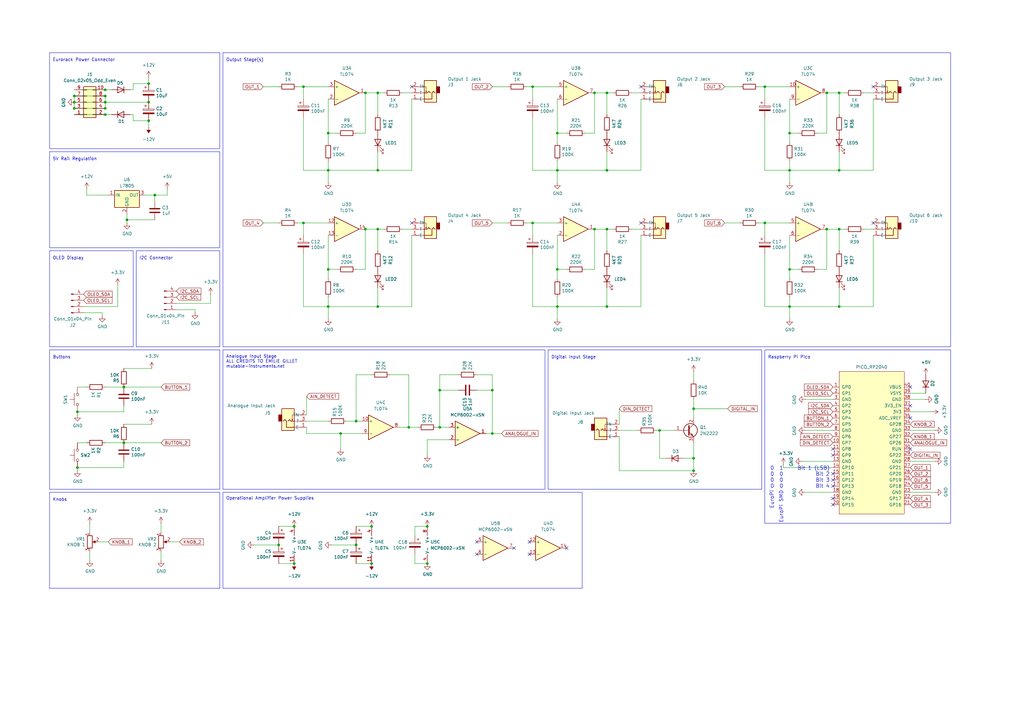
<source format=kicad_sch>
(kicad_sch (version 20250114) (generator "eeschema") (generator_version "9.0")
  (paper "A3")
  (title_block (title "EuroPi") (date "15/11/2021") (rev "1") (company "Allen Synthesis") (comment 1 "CC BY-SA 3.0"))
  (rectangle (start 91.44 201.93) (end 238.76 241.3))
  (rectangle (start 91.44 21.59) (end 389.89 142.24))
  (rectangle (start 55.88 102.87) (end 90.17 142.24))
  (rectangle (start 20.32 62.23) (end 90.17 101.6))
  (rectangle (start 91.44 143.51) (end 223.52 200.66))
  (rectangle (start 20.32 143.51) (end 90.17 200.66))
  (rectangle (start 224.79 143.51) (end 312.42 200.66))
  (rectangle (start 20.32 201.93) (end 90.17 241.3))
  (rectangle (start 313.69 143.51) (end 389.89 214.63))
  (rectangle (start 20.32 102.87) (end 54.61 142.24))
  (rectangle (start 20.32 21.59) (end 90.17 60.96))
  (text "Eurorack Power Connector" (at 21.59 25.4 0) (effects (font (size 1.27 1.27)) (justify left bottom)))
  (text "0  1\n0  0\n0  0\n0  0" (at 321.31 191.262 0) (effects (font (size 1.524 1.524)) (justify right top)))
  (text "Operational Amplifier Power Supplies" (at 92.71 205.232 0) (effects (font (size 1.27 1.27)) (justify left bottom)))
  (text "Raspberry Pi Pico" (at 314.96 147.32 0) (effects (font (size 1.27 1.27)) (justify left bottom)))
  (text "Digital Input Stage\n" (at 226.06 147.32 0) (effects (font (size 1.27 1.27)) (justify left bottom)))
  (text "EuroPi SMD" (at 319.532 201.168 90) (effects (font (size 1.524 1.524)) (justify right top)))
  (text "5V Rail Regulation" (at 21.59 66.04 0) (effects (font (size 1.27 1.27)) (justify left bottom)))
  (text "Output Stage(s)" (at 92.71 25.4 0) (effects (font (size 1.27 1.27)) (justify left bottom)))
  (text "I2C Connector\n" (at 57.15 106.68 0) (effects (font (size 1.27 1.27)) (justify left bottom)))
  (text "Buttons" (at 21.59 147.32 0) (effects (font (size 1.27 1.27)) (justify left bottom)))
  (text "EuroPi" (at 315.722 201.168 90) (effects (font (size 1.524 1.524)) (justify right top)))
  (text "OLED Display" (at 21.59 106.68 0) (effects (font (size 1.27 1.27)) (justify left bottom)))
  (text "Analogue Input Stage\nALL CREDITS TO ÉMILIE GILLET\nmutable-instruments.net" (at 92.71 151.13 0) (effects (font (size 1.27 1.27)) (justify left bottom)))
  (text "Knobs" (at 21.59 205.74 0) (effects (font (size 1.27 1.27)) (justify left bottom)))
  (text "Bit 1 (LSB)\nBit 2\nBit 3\nBit 4" (at 340.36 191.262 0) (effects (font (size 1.524 1.524)) (justify right top)))
  (junction (at 134.62 54.61))
  (junction (at 344.17 93.98))
  (junction (at 50.8 181.61))
  (junction (at 323.85 54.61))
  (junction (at 284.48 193.04))
  (junction (at 149.86 93.98))
  (junction (at 323.85 125.73))
  (junction (at 60.96 34.29))
  (junction (at 228.6 110.49))
  (junction (at 175.26 215.9))
  (junction (at 124.46 35.56))
  (junction (at 43.18 44.45))
  (junction (at 114.3 223.52))
  (junction (at 284.48 167.64))
  (junction (at 154.94 38.1))
  (junction (at 313.69 91.44))
  (junction (at 139.7 177.8))
  (junction (at 201.93 177.8))
  (junction (at 120.65 215.9))
  (junction (at 43.18 36.83))
  (junction (at 154.94 69.85))
  (junction (at 146.05 172.72))
  (junction (at 228.6 54.61))
  (junction (at 50.8 158.75))
  (junction (at 60.96 49.53))
  (junction (at 167.64 175.26))
  (junction (at 344.17 125.73))
  (junction (at 124.46 91.44))
  (junction (at 248.92 93.98))
  (junction (at 284.48 187.96))
  (junction (at 201.93 160.02))
  (junction (at 218.44 91.44))
  (junction (at 30.48 41.91))
  (junction (at 339.09 93.98))
  (junction (at 134.62 69.85))
  (junction (at 323.85 110.49))
  (junction (at 180.34 160.02))
  (junction (at 339.09 38.1))
  (junction (at 43.18 46.99))
  (junction (at 313.69 35.56))
  (junction (at 43.18 41.91))
  (junction (at 63.5 80.01))
  (junction (at 248.92 69.85))
  (junction (at 218.44 35.56))
  (junction (at 243.84 93.98))
  (junction (at 323.85 69.85))
  (junction (at 30.48 39.37))
  (junction (at 175.26 231.14))
  (junction (at 248.92 125.73))
  (junction (at 149.86 38.1))
  (junction (at 146.05 223.52))
  (junction (at 60.96 41.91))
  (junction (at 31.75 191.77))
  (junction (at 344.17 38.1))
  (junction (at 43.18 39.37))
  (junction (at 344.17 69.85))
  (junction (at 31.75 168.91))
  (junction (at 243.84 38.1))
  (junction (at 120.65 231.14))
  (junction (at 152.4 231.14))
  (junction (at 270.51 176.53))
  (junction (at 228.6 69.85))
  (junction (at 30.48 44.45))
  (junction (at 248.92 38.1))
  (junction (at 154.94 125.73))
  (junction (at 52.07 90.17))
  (junction (at 154.94 93.98))
  (junction (at 134.62 110.49))
  (junction (at 180.34 175.26))
  (junction (at 134.62 125.73))
  (junction (at 228.6 125.73))
  (junction (at 152.4 215.9))
  (no_connect (at 262.89 91.44))
  (no_connect (at 195.58 222.25))
  (no_connect (at 210.82 224.79))
  (no_connect (at 341.63 196.85))
  (no_connect (at 341.63 207.01))
  (no_connect (at 168.91 35.56))
  (no_connect (at 341.63 186.69))
  (no_connect (at 168.91 91.44))
  (no_connect (at 217.17 227.33))
  (no_connect (at 262.89 35.56))
  (no_connect (at 358.14 35.56))
  (no_connect (at 232.41 224.79))
  (no_connect (at 373.38 166.37))
  (no_connect (at 217.17 222.25))
  (no_connect (at 373.38 184.15))
  (no_connect (at 341.63 194.31))
  (no_connect (at 373.38 158.75))
  (no_connect (at 341.63 204.47))
  (no_connect (at 358.14 91.44))
  (no_connect (at 341.63 184.15))
  (no_connect (at 373.38 171.45))
  (no_connect (at 195.58 227.33))
  (no_connect (at 341.63 199.39))
  (wire (pts (xy 180.34 160.02) (xy 187.96 160.02)))
  (wire (pts (xy 114.3 231.14) (xy 120.65 231.14)))
  (wire (pts (xy 124.46 91.44) (xy 121.92 91.44)))
  (wire (pts (xy 270.51 187.96) (xy 270.51 176.53)))
  (wire (pts (xy 344.17 102.87) (xy 344.17 93.98)))
  (wire (pts (xy 124.46 69.85) (xy 124.46 48.26)))
  (wire (pts (xy 154.94 118.11) (xy 154.94 125.73)))
  (wire (pts (xy 284.48 187.96) (xy 284.48 181.61)))
  (wire (pts (xy 170.18 219.71) (xy 170.18 215.9)))
  (wire (pts (xy 50.8 173.99) (xy 62.23 173.99)))
  (wire (pts (xy 284.48 167.64) (xy 284.48 163.83)))
  (wire (pts (xy 284.48 171.45) (xy 284.48 167.64)))
  (wire (pts (xy 344.17 93.98) (xy 339.09 93.98)))
  (wire (pts (xy 280.67 187.96) (xy 284.48 187.96)))
  (wire (pts (xy 323.85 96.52) (xy 323.85 110.49)))
  (wire (pts (xy 261.62 176.53) (xy 254 176.53)))
  (wire (pts (xy 339.09 54.61) (xy 335.28 54.61)))
  (wire (pts (xy 157.48 93.98) (xy 154.94 93.98)))
  (wire (pts (xy 358.14 96.52) (xy 358.14 125.73)))
  (wire (pts (xy 53.34 46.99) (xy 54.61 46.99)))
  (wire (pts (xy 107.95 91.44) (xy 114.3 91.44)))
  (wire (pts (xy 321.31 190.5) (xy 321.31 191.77)))
  (wire (pts (xy 254 179.07) (xy 254 193.04)))
  (wire (pts (xy 344.17 118.11) (xy 344.17 125.73)))
  (wire (pts (xy 134.62 54.61) (xy 134.62 58.42)))
  (wire (pts (xy 73.66 222.25) (xy 69.85 222.25)))
  (wire (pts (xy 251.46 38.1) (xy 248.92 38.1)))
  (wire (pts (xy 72.39 124.46) (xy 86.36 124.46)))
  (wire (pts (xy 201.93 153.67) (xy 201.93 160.02)))
  (wire (pts (xy 344.17 69.85) (xy 358.14 69.85)))
  (wire (pts (xy 228.6 110.49) (xy 228.6 114.3)))
  (wire (pts (xy 330.2 176.53) (xy 341.63 176.53)))
  (wire (pts (xy 154.94 38.1) (xy 149.86 38.1)))
  (wire (pts (xy 254 167.64) (xy 254 173.99)))
  (wire (pts (xy 139.7 177.8) (xy 125.73 177.8)))
  (wire (pts (xy 30.48 46.99) (xy 43.18 46.99)))
  (wire (pts (xy 134.62 172.72) (xy 125.73 172.72)))
  (wire (pts (xy 50.8 158.75) (xy 66.04 158.75)))
  (wire (pts (xy 63.5 80.01) (xy 59.69 80.01)))
  (wire (pts (xy 358.14 93.98) (xy 354.33 93.98)))
  (wire (pts (xy 228.6 54.61) (xy 228.6 58.42)))
  (wire (pts (xy 43.18 44.45) (xy 30.48 44.45)))
  (wire (pts (xy 152.4 153.67) (xy 146.05 153.67)))
  (wire (pts (xy 68.58 80.01) (xy 63.5 80.01)))
  (wire (pts (xy 31.75 170.18) (xy 31.75 168.91)))
  (wire (pts (xy 125.73 162.56) (xy 125.73 170.18)))
  (wire (pts (xy 344.17 46.99) (xy 344.17 38.1)))
  (wire (pts (xy 218.44 96.52) (xy 218.44 91.44)))
  (wire (pts (xy 30.48 39.37) (xy 30.48 41.91)))
  (wire (pts (xy 276.86 176.53) (xy 270.51 176.53)))
  (wire (pts (xy 243.84 110.49) (xy 240.03 110.49)))
  (wire (pts (xy 248.92 38.1) (xy 243.84 38.1)))
  (wire (pts (xy 43.18 158.75) (xy 50.8 158.75)))
  (wire (pts (xy 218.44 40.64) (xy 218.44 35.56)))
  (wire (pts (xy 165.1 38.1) (xy 168.91 38.1)))
  (wire (pts (xy 379.73 161.29) (xy 373.38 161.29)))
  (wire (pts (xy 139.7 177.8) (xy 148.59 177.8)))
  (wire (pts (xy 218.44 125.73) (xy 218.44 104.14)))
  (wire (pts (xy 142.24 172.72) (xy 146.05 172.72)))
  (wire (pts (xy 35.56 80.01) (xy 44.45 80.01)))
  (wire (pts (xy 327.66 54.61) (xy 323.85 54.61)))
  (wire (pts (xy 201.93 91.44) (xy 208.28 91.44)))
  (wire (pts (xy 205.74 177.8) (xy 201.93 177.8)))
  (wire (pts (xy 313.69 91.44) (xy 323.85 91.44)))
  (wire (pts (xy 30.48 36.83) (xy 43.18 36.83)))
  (wire (pts (xy 201.93 160.02) (xy 201.93 177.8)))
  (wire (pts (xy 168.91 96.52) (xy 168.91 125.73)))
  (wire (pts (xy 63.5 90.17) (xy 52.07 90.17)))
  (wire (pts (xy 379.73 163.83) (xy 373.38 163.83)))
  (wire (pts (xy 339.09 93.98) (xy 339.09 110.49)))
  (wire (pts (xy 66.04 229.87) (xy 66.04 226.06)))
  (wire (pts (xy 60.96 52.07) (xy 60.96 49.53)))
  (wire (pts (xy 175.26 180.34) (xy 184.15 180.34)))
  (wire (pts (xy 284.48 152.4) (xy 284.48 156.21)))
  (wire (pts (xy 248.92 93.98) (xy 243.84 93.98)))
  (wire (pts (xy 344.17 125.73) (xy 358.14 125.73)))
  (wire (pts (xy 43.18 41.91) (xy 60.96 41.91)))
  (wire (pts (xy 154.94 62.23) (xy 154.94 69.85)))
  (wire (pts (xy 383.54 176.53) (xy 373.38 176.53)))
  (wire (pts (xy 228.6 40.64) (xy 228.6 54.61)))
  (wire (pts (xy 273.05 187.96) (xy 270.51 187.96)))
  (wire (pts (xy 30.48 41.91) (xy 30.48 44.45)))
  (wire (pts (xy 43.18 39.37) (xy 43.18 41.91)))
  (wire (pts (xy 54.61 49.53) (xy 60.96 49.53)))
  (wire (pts (xy 54.61 36.83) (xy 54.61 34.29)))
  (wire (pts (xy 313.69 69.85) (xy 313.69 48.26)))
  (wire (pts (xy 170.18 231.14) (xy 175.26 231.14)))
  (wire (pts (xy 53.34 36.83) (xy 54.61 36.83)))
  (wire (pts (xy 180.34 153.67) (xy 180.34 160.02)))
  (wire (pts (xy 134.62 74.93) (xy 134.62 69.85)))
  (wire (pts (xy 243.84 38.1) (xy 243.84 54.61)))
  (wire (pts (xy 228.6 69.85) (xy 218.44 69.85)))
  (wire (pts (xy 313.69 35.56) (xy 323.85 35.56)))
  (wire (pts (xy 31.75 193.04) (xy 31.75 191.77)))
  (wire (pts (xy 297.18 91.44) (xy 303.53 91.44)))
  (wire (pts (xy 330.2 201.93) (xy 341.63 201.93)))
  (wire (pts (xy 170.18 227.33) (xy 170.18 231.14)))
  (wire (pts (xy 383.54 201.93) (xy 373.38 201.93)))
  (wire (pts (xy 313.69 91.44) (xy 311.15 91.44)))
  (wire (pts (xy 323.85 69.85) (xy 344.17 69.85)))
  (wire (pts (xy 180.34 175.26) (xy 179.07 175.26)))
  (wire (pts (xy 201.93 35.56) (xy 208.28 35.56)))
  (wire (pts (xy 44.45 222.25) (xy 40.64 222.25)))
  (wire (pts (xy 313.69 40.64) (xy 313.69 35.56)))
  (wire (pts (xy 124.46 35.56) (xy 121.92 35.56)))
  (wire (pts (xy 160.02 153.67) (xy 167.64 153.67)))
  (wire (pts (xy 50.8 151.13) (xy 62.23 151.13)))
  (wire (pts (xy 327.66 110.49) (xy 323.85 110.49)))
  (wire (pts (xy 228.6 121.92) (xy 228.6 125.73)))
  (wire (pts (xy 149.86 93.98) (xy 149.86 110.49)))
  (wire (pts (xy 228.6 74.93) (xy 228.6 69.85)))
  (wire (pts (xy 228.6 96.52) (xy 228.6 110.49)))
  (wire (pts (xy 248.92 69.85) (xy 262.89 69.85)))
  (wire (pts (xy 154.94 102.87) (xy 154.94 93.98)))
  (wire (pts (xy 184.15 175.26) (xy 180.34 175.26)))
  (wire (pts (xy 124.46 91.44) (xy 134.62 91.44)))
  (wire (pts (xy 41.91 128.27) (xy 34.29 128.27)))
  (wire (pts (xy 262.89 96.52) (xy 262.89 125.73)))
  (wire (pts (xy 154.94 93.98) (xy 149.86 93.98)))
  (wire (pts (xy 344.17 38.1) (xy 339.09 38.1)))
  (wire (pts (xy 330.2 163.83) (xy 341.63 163.83)))
  (wire (pts (xy 134.62 96.52) (xy 134.62 110.49)))
  (wire (pts (xy 149.86 110.49) (xy 146.05 110.49)))
  (wire (pts (xy 228.6 130.81) (xy 228.6 125.73)))
  (wire (pts (xy 313.69 35.56) (xy 311.15 35.56)))
  (wire (pts (xy 339.09 38.1) (xy 339.09 54.61)))
  (wire (pts (xy 218.44 91.44) (xy 228.6 91.44)))
  (wire (pts (xy 54.61 34.29) (xy 60.96 34.29)))
  (wire (pts (xy 146.05 153.67) (xy 146.05 172.72)))
  (wire (pts (xy 346.71 93.98) (xy 344.17 93.98)))
  (wire (pts (xy 146.05 172.72) (xy 148.59 172.72)))
  (wire (pts (xy 43.18 41.91) (xy 43.18 44.45)))
  (wire (pts (xy 218.44 69.85) (xy 218.44 48.26)))
  (wire (pts (xy 134.62 130.81) (xy 134.62 125.73)))
  (wire (pts (xy 135.89 223.52) (xy 146.05 223.52)))
  (wire (pts (xy 228.6 125.73) (xy 248.92 125.73)))
  (wire (pts (xy 251.46 93.98) (xy 248.92 93.98)))
  (wire (pts (xy 134.62 125.73) (xy 154.94 125.73)))
  (wire (pts (xy 232.41 110.49) (xy 228.6 110.49)))
  (wire (pts (xy 323.85 69.85) (xy 313.69 69.85)))
  (wire (pts (xy 43.18 39.37) (xy 30.48 39.37)))
  (wire (pts (xy 180.34 160.02) (xy 180.34 175.26)))
  (wire (pts (xy 149.86 38.1) (xy 149.86 54.61)))
  (wire (pts (xy 146.05 215.9) (xy 152.4 215.9)))
  (wire (pts (xy 323.85 66.04) (xy 323.85 69.85)))
  (wire (pts (xy 228.6 66.04) (xy 228.6 69.85)))
  (wire (pts (xy 35.56 158.75) (xy 31.75 158.75)))
  (wire (pts (xy 36.83 214.63) (xy 36.83 218.44)))
  (wire (pts (xy 323.85 125.73) (xy 344.17 125.73)))
  (wire (pts (xy 262.89 38.1) (xy 259.08 38.1)))
  (wire (pts (xy 323.85 74.93) (xy 323.85 69.85)))
  (wire (pts (xy 43.18 46.99) (xy 45.72 46.99)))
  (wire (pts (xy 270.51 176.53) (xy 269.24 176.53)))
  (wire (pts (xy 124.46 96.52) (xy 124.46 91.44)))
  (wire (pts (xy 383.54 189.23) (xy 373.38 189.23)))
  (wire (pts (xy 154.94 125.73) (xy 168.91 125.73)))
  (wire (pts (xy 313.69 125.73) (xy 313.69 104.14)))
  (wire (pts (xy 104.14 223.52) (xy 114.3 223.52)))
  (wire (pts (xy 323.85 40.64) (xy 323.85 54.61)))
  (wire (pts (xy 218.44 91.44) (xy 215.9 91.44)))
  (wire (pts (xy 124.46 35.56) (xy 134.62 35.56)))
  (wire (pts (xy 134.62 66.04) (xy 134.62 69.85)))
  (wire (pts (xy 297.18 35.56) (xy 303.53 35.56)))
  (wire (pts (xy 254 193.04) (xy 284.48 193.04)))
  (wire (pts (xy 344.17 62.23) (xy 344.17 69.85)))
  (wire (pts (xy 41.91 129.54) (xy 41.91 128.27)))
  (wire (pts (xy 228.6 69.85) (xy 248.92 69.85)))
  (wire (pts (xy 199.39 177.8) (xy 201.93 177.8)))
  (wire (pts (xy 328.93 189.23) (xy 341.63 189.23)))
  (wire (pts (xy 72.39 127) (xy 80.01 127)))
  (wire (pts (xy 195.58 160.02) (xy 201.93 160.02)))
  (wire (pts (xy 248.92 125.73) (xy 262.89 125.73)))
  (wire (pts (xy 48.26 116.84) (xy 48.26 125.73)))
  (wire (pts (xy 149.86 54.61) (xy 146.05 54.61)))
  (wire (pts (xy 134.62 121.92) (xy 134.62 125.73)))
  (wire (pts (xy 323.85 54.61) (xy 323.85 58.42)))
  (wire (pts (xy 284.48 193.04) (xy 284.48 187.96)))
  (wire (pts (xy 50.8 189.23) (xy 50.8 191.77)))
  (wire (pts (xy 63.5 82.55) (xy 63.5 80.01)))
  (wire (pts (xy 52.07 90.17) (xy 52.07 87.63)))
  (wire (pts (xy 80.01 127) (xy 80.01 128.27)))
  (wire (pts (xy 43.18 36.83) (xy 45.72 36.83)))
  (wire (pts (xy 323.85 110.49) (xy 323.85 114.3)))
  (wire (pts (xy 154.94 46.99) (xy 154.94 38.1)))
  (wire (pts (xy 243.84 93.98) (xy 243.84 110.49)))
  (wire (pts (xy 243.84 54.61) (xy 240.03 54.61)))
  (wire (pts (xy 201.93 153.67) (xy 195.58 153.67)))
  (wire (pts (xy 36.83 229.87) (xy 36.83 226.06)))
  (wire (pts (xy 168.91 40.64) (xy 168.91 69.85)))
  (wire (pts (xy 232.41 54.61) (xy 228.6 54.61)))
  (wire (pts (xy 50.8 166.37) (xy 50.8 168.91)))
  (wire (pts (xy 35.56 77.47) (xy 35.56 80.01)))
  (wire (pts (xy 382.27 168.91) (xy 373.38 168.91)))
  (wire (pts (xy 48.26 125.73) (xy 34.29 125.73)))
  (wire (pts (xy 114.3 215.9) (xy 120.65 215.9)))
  (wire (pts (xy 323.85 121.92) (xy 323.85 125.73)))
  (wire (pts (xy 30.48 41.91) (xy 43.18 41.91)))
  (wire (pts (xy 50.8 181.61) (xy 66.04 181.61)))
  (wire (pts (xy 321.31 191.77) (xy 341.63 191.77)))
  (wire (pts (xy 358.14 40.64) (xy 358.14 69.85)))
  (wire (pts (xy 248.92 62.23) (xy 248.92 69.85)))
  (wire (pts (xy 170.18 215.9) (xy 175.26 215.9)))
  (wire (pts (xy 146.05 231.14) (xy 152.4 231.14)))
  (wire (pts (xy 157.48 38.1) (xy 154.94 38.1)))
  (wire (pts (xy 124.46 125.73) (xy 124.46 104.14)))
  (wire (pts (xy 134.62 110.49) (xy 134.62 114.3)))
  (wire (pts (xy 124.46 40.64) (xy 124.46 35.56)))
  (wire (pts (xy 68.58 77.47) (xy 68.58 80.01)))
  (wire (pts (xy 167.64 175.26) (xy 163.83 175.26)))
  (wire (pts (xy 52.07 91.44) (xy 52.07 90.17)))
  (wire (pts (xy 171.45 175.26) (xy 167.64 175.26)))
  (wire (pts (xy 107.95 35.56) (xy 114.3 35.56)))
  (wire (pts (xy 168.91 93.98) (xy 165.1 93.98)))
  (wire (pts (xy 323.85 130.81) (xy 323.85 125.73)))
  (wire (pts (xy 54.61 46.99) (xy 54.61 49.53)))
  (wire (pts (xy 134.62 125.73) (xy 124.46 125.73)))
  (wire (pts (xy 180.34 153.67) (xy 187.96 153.67)))
  (wire (pts (xy 262.89 40.64) (xy 262.89 69.85)))
  (wire (pts (xy 358.14 38.1) (xy 354.33 38.1)))
  (wire (pts (xy 66.04 214.63) (xy 66.04 218.44)))
  (wire (pts (xy 228.6 125.73) (xy 218.44 125.73)))
  (wire (pts (xy 248.92 102.87) (xy 248.92 93.98)))
  (wire (pts (xy 138.43 110.49) (xy 134.62 110.49)))
  (wire (pts (xy 138.43 54.61) (xy 134.62 54.61)))
  (wire (pts (xy 339.09 110.49) (xy 335.28 110.49)))
  (wire (pts (xy 346.71 38.1) (xy 344.17 38.1)))
  (wire (pts (xy 50.8 168.91) (xy 31.75 168.91)))
  (wire (pts (xy 218.44 35.56) (xy 228.6 35.56)))
  (wire (pts (xy 134.62 69.85) (xy 154.94 69.85)))
  (wire (pts (xy 125.73 177.8) (xy 125.73 175.26)))
  (wire (pts (xy 139.7 184.15) (xy 139.7 177.8)))
  (wire (pts (xy 43.18 181.61) (xy 50.8 181.61)))
  (wire (pts (xy 134.62 69.85) (xy 124.46 69.85)))
  (wire (pts (xy 313.69 96.52) (xy 313.69 91.44)))
  (wire (pts (xy 248.92 46.99) (xy 248.92 38.1)))
  (wire (pts (xy 262.89 93.98) (xy 259.08 93.98)))
  (wire (pts (xy 175.26 186.69) (xy 175.26 180.34)))
  (wire (pts (xy 134.62 40.64) (xy 134.62 54.61)))
  (wire (pts (xy 50.8 191.77) (xy 31.75 191.77)))
  (wire (pts (xy 248.92 118.11) (xy 248.92 125.73)))
  (wire (pts (xy 298.45 167.64) (xy 284.48 167.64)))
  (wire (pts (xy 154.94 69.85) (xy 168.91 69.85)))
  (wire (pts (xy 86.36 124.46) (xy 86.36 120.65)))
  (wire (pts (xy 323.85 125.73) (xy 313.69 125.73)))
  (wire (pts (xy 35.56 181.61) (xy 31.75 181.61)))
  (wire (pts (xy 167.64 153.67) (xy 167.64 175.26)))
  (wire (pts (xy 218.44 35.56) (xy 215.9 35.56)))
  (wire (pts (xy 60.96 31.75) (xy 60.96 34.29)))
  (global_label "OUT_6" (shape input) (at 297.18 91.44 180) (property "Intersheetrefs" "${INTERSHEET_REFS}" (effects (hide yes))))
  (global_label "KNOB_1" (shape input) (at 373.38 179.07 0) (property "Intersheetrefs" "${INTERSHEET_REFS}" (effects (hide yes))))
  (global_label "I2C_SDA" (shape input) (at 341.63 166.37 180) (property "Intersheetrefs" "${INTERSHEET_REFS}" (effects (hide yes))))
  (global_label "BUTTON_1" (shape input) (at 66.04 158.75 0) (property "Intersheetrefs" "${INTERSHEET_REFS}" (effects (hide yes))))
  (global_label "OUT_1" (shape input) (at 107.95 35.56 180) (property "Intersheetrefs" "${INTERSHEET_REFS}" (effects (hide yes))))
  (global_label "KNOB_2" (shape input) (at 373.38 173.99 0) (property "Intersheetrefs" "${INTERSHEET_REFS}" (effects (hide yes))))
  (global_label "DIGITAL_IN" (shape input) (at 298.45 167.64 0) (property "Intersheetrefs" "${INTERSHEET_REFS}" (effects (hide yes))))
  (global_label "I2C_SDA" (shape input) (at 72.39 119.38 0) (property "Intersheetrefs" "${INTERSHEET_REFS}" (effects (hide yes))))
  (global_label "OUT_2" (shape input) (at 373.38 194.31 0) (property "Intersheetrefs" "${INTERSHEET_REFS}" (effects (hide yes))))
  (global_label "OUT_3" (shape input) (at 373.38 207.01 0) (property "Intersheetrefs" "${INTERSHEET_REFS}" (effects (hide yes))))
  (global_label "AIN_DETECT" (shape input) (at 125.73 162.56 0) (property "Intersheetrefs" "${INTERSHEET_REFS}" (effects (hide yes))))
  (global_label "I2C_SCL" (shape input) (at 341.63 168.91 180) (property "Intersheetrefs" "${INTERSHEET_REFS}" (effects (hide yes))))
  (global_label "OUT_1" (shape input) (at 373.38 191.77 0) (property "Intersheetrefs" "${INTERSHEET_REFS}" (effects (hide yes))))
  (global_label "DIGITAL_IN" (shape input) (at 373.38 186.69 0) (property "Intersheetrefs" "${INTERSHEET_REFS}" (effects (hide yes))))
  (global_label "OUT_5" (shape input) (at 373.38 199.39 0) (property "Intersheetrefs" "${INTERSHEET_REFS}" (effects (hide yes))))
  (global_label "BUTTON_1" (shape input) (at 341.63 171.45 180) (property "Intersheetrefs" "${INTERSHEET_REFS}" (effects (hide yes))))
  (global_label "OLED_SCL" (shape input) (at 341.63 161.29 180) (property "Intersheetrefs" "${INTERSHEET_REFS}" (effects (hide yes))))
  (global_label "KNOB_1" (shape input) (at 44.45 222.25 0) (property "Intersheetrefs" "${INTERSHEET_REFS}" (effects (hide yes))))
  (global_label "OLED_SDA" (shape input) (at 341.63 158.75 180) (property "Intersheetrefs" "${INTERSHEET_REFS}" (effects (hide yes))))
  (global_label "BUTTON_2" (shape input) (at 66.04 181.61 0) (property "Intersheetrefs" "${INTERSHEET_REFS}" (effects (hide yes))))
  (global_label "OUT_6" (shape input) (at 373.38 196.85 0) (property "Intersheetrefs" "${INTERSHEET_REFS}" (effects (hide yes))))
  (global_label "OUT_4" (shape input) (at 107.95 91.44 180) (property "Intersheetrefs" "${INTERSHEET_REFS}" (effects (hide yes))))
  (global_label "OUT_4" (shape input) (at 373.38 204.47 0) (property "Intersheetrefs" "${INTERSHEET_REFS}" (effects (hide yes))))
  (global_label "DIN_DETECT" (shape input) (at 254 167.64 0) (property "Intersheetrefs" "${INTERSHEET_REFS}" (effects (hide yes))))
  (global_label "OUT_2" (shape input) (at 201.93 35.56 180) (property "Intersheetrefs" "${INTERSHEET_REFS}" (effects (hide yes))))
  (global_label "DIN_DETECT" (shape input) (at 341.63 181.61 180) (property "Intersheetrefs" "${INTERSHEET_REFS}" (effects (hide yes))))
  (global_label "OLED_SDA" (shape input) (at 34.29 120.65 0) (property "Intersheetrefs" "${INTERSHEET_REFS}" (effects (hide yes))))
  (global_label "ANALOGUE_IN" (shape input) (at 373.38 181.61 0) (property "Intersheetrefs" "${INTERSHEET_REFS}" (effects (hide yes))))
  (global_label "OUT_3" (shape input) (at 297.18 35.56 180) (property "Intersheetrefs" "${INTERSHEET_REFS}" (effects (hide yes))))
  (global_label "ANALOGUE_IN" (shape input) (at 205.74 177.8 0) (property "Intersheetrefs" "${INTERSHEET_REFS}" (effects (hide yes))))
  (global_label "BUTTON_2" (shape input) (at 341.63 173.99 180) (property "Intersheetrefs" "${INTERSHEET_REFS}" (effects (hide yes))))
  (global_label "OUT_5" (shape input) (at 201.93 91.44 180) (property "Intersheetrefs" "${INTERSHEET_REFS}" (effects (hide yes))))
  (global_label "AIN_DETECT" (shape input) (at 341.63 179.07 180) (property "Intersheetrefs" "${INTERSHEET_REFS}" (effects (hide yes))))
  (global_label "OLED_SCL" (shape input) (at 34.29 123.19 0) (property "Intersheetrefs" "${INTERSHEET_REFS}" (effects (hide yes))))
  (global_label "I2C_SCL" (shape input) (at 72.39 121.92 0) (property "Intersheetrefs" "${INTERSHEET_REFS}" (effects (hide yes))))
  (global_label "KNOB_2" (shape input) (at 73.66 222.25 0) (property "Intersheetrefs" "${INTERSHEET_REFS}" (effects (hide yes))))
  (symbol (lib_id "Device:R") (at 331.47 54.61 270) (unit 1)
    (property "Reference" "R33" (at 331.47 49.3522 90))
    (property "Value" "220K" (at 331.47 51.6636 90))
    (property "Footprint" "Resistor_SMD:R_0603_1608Metric" (effects (hide yes)))
  )
  (symbol (lib_id "Device:R") (at 323.85 62.23 0) (unit 1)
    (property "Reference" "R31" (at 325.628 61.0616 0) (effects (justify left)))
    (property "Value" "100K" (at 325.628 63.373 0) (effects (justify left)))
    (property "Footprint" "Resistor_SMD:R_0603_1608Metric" (effects (hide yes)))
  )
  (symbol (lib_id "Device:R") (at 307.34 35.56 270) (unit 1)
    (property "Reference" "R29" (at 307.34 30.3022 90))
    (property "Value" "1K" (at 307.34 32.6136 90))
    (property "Footprint" "Resistor_SMD:R_0603_1608Metric" (effects (hide yes)))
  )
  (symbol (lib_id "Device:CP") (at 313.69 44.45 0) (unit 1)
    (property "Reference" "C16" (at 316.6872 43.2816 0) (effects (justify left)))
    (property "Value" "100nF" (at 316.6872 45.593 0) (effects (justify left)))
    (property "Footprint" "Capacitor_SMD:C_0603_1608Metric" (effects (hide yes)))
  )
  (symbol (lib_id "Device:R") (at 142.24 54.61 270) (unit 1)
    (property "Reference" "R9" (at 142.24 49.3522 90))
    (property "Value" "220K" (at 142.24 51.6636 90))
    (property "Footprint" "Resistor_SMD:R_0603_1608Metric" (effects (hide yes)))
  )
  (symbol (lib_id "Device:R") (at 134.62 62.23 0) (unit 1)
    (property "Reference" "R7" (at 136.398 61.0616 0) (effects (justify left)))
    (property "Value" "100K" (at 136.398 63.373 0) (effects (justify left)))
    (property "Footprint" "Resistor_SMD:R_0603_1608Metric" (effects (hide yes)))
  )
  (symbol (lib_id "Device:R") (at 118.11 35.56 270) (unit 1)
    (property "Reference" "R3" (at 118.11 30.3022 90))
    (property "Value" "1K" (at 118.11 32.6136 90))
    (property "Footprint" "Resistor_SMD:R_0603_1608Metric" (effects (hide yes)))
  )
  (symbol (lib_id "Device:CP") (at 124.46 44.45 0) (unit 1)
    (property "Reference" "C11" (at 127.4572 43.2816 0) (effects (justify left)))
    (property "Value" "100nF" (at 127.4572 45.593 0) (effects (justify left)))
    (property "Footprint" "Capacitor_SMD:C_0603_1608Metric" (effects (hide yes)))
  )
  (symbol (lib_id "Device:R") (at 236.22 54.61 270) (unit 1)
    (property "Reference" "R21" (at 236.22 49.3522 90))
    (property "Value" "220K" (at 236.22 51.6636 90))
    (property "Footprint" "Resistor_SMD:R_0603_1608Metric" (effects (hide yes)))
  )
  (symbol (lib_id "Device:R") (at 228.6 62.23 0) (unit 1)
    (property "Reference" "R19" (at 230.378 61.0616 0) (effects (justify left)))
    (property "Value" "100K" (at 230.378 63.373 0) (effects (justify left)))
    (property "Footprint" "Resistor_SMD:R_0603_1608Metric" (effects (hide yes)))
  )
  (symbol (lib_id "Device:R") (at 212.09 35.56 270) (unit 1)
    (property "Reference" "R16" (at 212.09 30.3022 90))
    (property "Value" "1K" (at 212.09 32.6136 90))
    (property "Footprint" "Resistor_SMD:R_0603_1608Metric" (effects (hide yes)))
  )
  (symbol (lib_id "Device:CP") (at 218.44 44.45 0) (unit 1)
    (property "Reference" "C13" (at 221.4372 43.2816 0) (effects (justify left)))
    (property "Value" "100nF" (at 221.4372 45.593 0) (effects (justify left)))
    (property "Footprint" "Capacitor_SMD:C_0603_1608Metric" (effects (hide yes)))
  )
  (symbol (lib_id "Device:CP") (at 60.96 45.72 0) (unit 1)
    (property "Reference" "C2" (at 63.9572 44.5516 0) (effects (justify left)))
    (property "Value" "10uF" (at 63.9572 46.863 0) (effects (justify left)))
    (property "Footprint" "Capacitor_SMD:C_0805_2012Metric" (effects (hide yes)))
  )
  (symbol (lib_id "Device:CP") (at 114.3 219.71 0) (mirror y) (unit 1)
    (property "Reference" "C4" (at 111.3028 218.5416 0) (effects (justify left)))
    (property "Value" "100nF" (at 111.3028 220.853 0) (effects (justify left)))
    (property "Footprint" "Capacitor_SMD:C_0603_1608Metric" (effects (hide yes)))
  )
  (symbol (lib_id "Device:CP") (at 114.3 227.33 0) (mirror y) (unit 1)
    (property "Reference" "C5" (at 111.3028 226.1616 0) (effects (justify left)))
    (property "Value" "100nF" (at 111.3028 228.473 0) (effects (justify left)))
    (property "Footprint" "Capacitor_SMD:C_0603_1608Metric" (effects (hide yes)))
  )
  (symbol (lib_id "Device:CP") (at 146.05 219.71 0) (mirror y) (unit 1)
    (property "Reference" "C6" (at 143.0528 218.5416 0) (effects (justify left)))
    (property "Value" "100nF" (at 143.0528 220.853 0) (effects (justify left)))
    (property "Footprint" "Capacitor_SMD:C_0603_1608Metric" (effects (hide yes)))
  )
  (symbol (lib_id "Device:CP") (at 146.05 227.33 0) (mirror y) (unit 1)
    (property "Reference" "C7" (at 143.0528 226.1616 0) (effects (justify left)))
    (property "Value" "100nF" (at 143.0528 228.473 0) (effects (justify left)))
    (property "Footprint" "Capacitor_SMD:C_0603_1608Metric" (effects (hide yes)))
  )
  (symbol (lib_id "Device:R") (at 331.47 110.49 270) (unit 1)
    (property "Reference" "R34" (at 331.47 105.2322 90))
    (property "Value" "220K" (at 331.47 107.5436 90))
    (property "Footprint" "Resistor_SMD:R_0603_1608Metric" (effects (hide yes)))
  )
  (symbol (lib_id "Device:R") (at 323.85 118.11 0) (unit 1)
    (property "Reference" "R32" (at 325.628 116.9416 0) (effects (justify left)))
    (property "Value" "100K" (at 325.628 119.253 0) (effects (justify left)))
    (property "Footprint" "Resistor_SMD:R_0603_1608Metric" (effects (hide yes)))
  )
  (symbol (lib_id "Device:R") (at 307.34 91.44 270) (unit 1)
    (property "Reference" "R30" (at 307.34 86.1822 90))
    (property "Value" "1K" (at 307.34 88.4936 90))
    (property "Footprint" "Resistor_SMD:R_0603_1608Metric" (effects (hide yes)))
  )
  (symbol (lib_id "Device:CP") (at 313.69 100.33 0) (unit 1)
    (property "Reference" "C17" (at 316.6872 99.1616 0) (effects (justify left)))
    (property "Value" "100nF" (at 316.6872 101.473 0) (effects (justify left)))
    (property "Footprint" "Capacitor_SMD:C_0603_1608Metric" (effects (hide yes)))
  )
  (symbol (lib_id "allen-synthesis:jack-thonkiconn-mono") (at 368.3 88.9 0) (mirror y) (unit 1)
    (property "Reference" "J10" (at 372.872 90.6018 0) (effects (justify right)))
    (property "Value" "Output 6 Jack" (at 372.872 88.2904 0) (effects (justify right)))
    (property "Footprint" "allen-synthesis:jack-thonkiconn-mono" (effects (hide yes)))
  )
  (symbol (lib_id "Device:R") (at 142.24 110.49 270) (unit 1)
    (property "Reference" "R10" (at 142.24 105.2322 90))
    (property "Value" "220K" (at 142.24 107.5436 90))
    (property "Footprint" "Resistor_SMD:R_0603_1608Metric" (effects (hide yes)))
  )
  (symbol (lib_id "Device:R") (at 134.62 118.11 0) (unit 1)
    (property "Reference" "R8" (at 136.398 116.9416 0) (effects (justify left)))
    (property "Value" "100K" (at 136.398 119.253 0) (effects (justify left)))
    (property "Footprint" "Resistor_SMD:R_0603_1608Metric" (effects (hide yes)))
  )
  (symbol (lib_id "Device:R") (at 118.11 91.44 270) (unit 1)
    (property "Reference" "R4" (at 118.11 86.1822 90))
    (property "Value" "1K" (at 118.11 88.4936 90))
    (property "Footprint" "Resistor_SMD:R_0603_1608Metric" (effects (hide yes)))
  )
  (symbol (lib_id "Device:CP") (at 124.46 100.33 0) (unit 1)
    (property "Reference" "C12" (at 127.4572 99.1616 0) (effects (justify left)))
    (property "Value" "100nF" (at 127.4572 101.473 0) (effects (justify left)))
    (property "Footprint" "Capacitor_SMD:C_0603_1608Metric" (effects (hide yes)))
  )
  (symbol (lib_id "Device:R") (at 236.22 110.49 270) (unit 1)
    (property "Reference" "R22" (at 236.22 105.2322 90))
    (property "Value" "220K" (at 236.22 107.5436 90))
    (property "Footprint" "Resistor_SMD:R_0603_1608Metric" (effects (hide yes)))
  )
  (symbol (lib_id "Device:R") (at 228.6 118.11 0) (unit 1)
    (property "Reference" "R20" (at 230.378 116.9416 0) (effects (justify left)))
    (property "Value" "100K" (at 230.378 119.253 0) (effects (justify left)))
    (property "Footprint" "Resistor_SMD:R_0603_1608Metric" (effects (hide yes)))
  )
  (symbol (lib_id "Device:R") (at 212.09 91.44 270) (unit 1)
    (property "Reference" "R17" (at 212.09 86.1822 90))
    (property "Value" "1K" (at 212.09 88.4936 90))
    (property "Footprint" "Resistor_SMD:R_0603_1608Metric" (effects (hide yes)))
  )
  (symbol (lib_id "Device:CP") (at 218.44 100.33 0) (unit 1)
    (property "Reference" "C14" (at 221.4372 99.1616 0) (effects (justify left)))
    (property "Value" "100nF" (at 221.4372 101.473 0) (effects (justify left)))
    (property "Footprint" "Capacitor_SMD:C_0603_1608Metric" (effects (hide yes)))
  )
  (symbol (lib_id "Device:LED") (at 154.94 58.42 90) (unit 1)
    (property "Reference" "LED1" (at 157.9372 58.5978 90) (effects (justify right)))
    (property "Value" "LED" (effects (hide yes)))
    (property "Footprint" "allen-synthesis:led-3mm" (effects (hide yes)))
  )
  (symbol (lib_id "Device:R") (at 154.94 50.8 180) (unit 1)
    (property "Reference" "R11" (at 160.1978 50.8 90))
    (property "Value" "4K7" (at 157.8864 50.8 90))
    (property "Footprint" "Resistor_SMD:R_0603_1608Metric" (effects (hide yes)))
  )
  (symbol (lib_id "Device:LED") (at 248.92 58.42 90) (unit 1)
    (property "Reference" "LED3" (at 251.9172 58.5978 90) (effects (justify right)))
    (property "Value" "LED" (effects (hide yes)))
    (property "Footprint" "allen-synthesis:led-3mm" (effects (hide yes)))
  )
  (symbol (lib_id "Device:R") (at 248.92 50.8 180) (unit 1)
    (property "Reference" "R24" (at 254.1778 50.8 90))
    (property "Value" "4K7" (at 251.8664 50.8 90))
    (property "Footprint" "Resistor_SMD:R_0603_1608Metric" (effects (hide yes)))
  )
  (symbol (lib_id "Device:LED") (at 344.17 58.42 90) (unit 1)
    (property "Reference" "LED5" (at 347.1672 58.5978 90) (effects (justify right)))
    (property "Value" "LED" (effects (hide yes)))
    (property "Footprint" "allen-synthesis:led-3mm" (effects (hide yes)))
  )
  (symbol (lib_id "Device:R") (at 344.17 50.8 180) (unit 1)
    (property "Reference" "R36" (at 349.4278 50.8 90))
    (property "Value" "4K7" (at 347.1164 50.8 90))
    (property "Footprint" "Resistor_SMD:R_0603_1608Metric" (effects (hide yes)))
  )
  (symbol (lib_id "Device:LED") (at 154.94 114.3 90) (unit 1)
    (property "Reference" "LED2" (at 157.9372 114.4778 90) (effects (justify right)))
    (property "Value" "LED" (effects (hide yes)))
    (property "Footprint" "allen-synthesis:led-3mm" (effects (hide yes)))
  )
  (symbol (lib_id "Device:R") (at 154.94 106.68 180) (unit 1)
    (property "Reference" "R12" (at 160.1978 106.68 90))
    (property "Value" "4K7" (at 157.8864 106.68 90))
    (property "Footprint" "Resistor_SMD:R_0603_1608Metric" (effects (hide yes)))
  )
  (symbol (lib_id "Device:LED") (at 248.92 114.3 90) (unit 1)
    (property "Reference" "LED4" (at 251.9172 114.4778 90) (effects (justify right)))
    (property "Value" "LED" (effects (hide yes)))
    (property "Footprint" "allen-synthesis:led-3mm" (effects (hide yes)))
  )
  (symbol (lib_id "Device:R") (at 248.92 106.68 180) (unit 1)
    (property "Reference" "R25" (at 254.1778 106.68 90))
    (property "Value" "4K7" (at 251.8664 106.68 90))
    (property "Footprint" "Resistor_SMD:R_0603_1608Metric" (effects (hide yes)))
  )
  (symbol (lib_id "Device:LED") (at 344.17 114.3 90) (unit 1)
    (property "Reference" "LED6" (at 347.1672 114.4778 90) (effects (justify right)))
    (property "Value" "LED" (effects (hide yes)))
    (property "Footprint" "allen-synthesis:led-3mm" (effects (hide yes)))
  )
  (symbol (lib_id "Device:R") (at 344.17 106.68 180) (unit 1)
    (property "Reference" "R37" (at 349.4278 106.68 90))
    (property "Value" "4K7" (at 347.1164 106.68 90))
    (property "Footprint" "Resistor_SMD:R_0603_1608Metric" (effects (hide yes)))
  )
  (symbol (lib_id "pico:PICO_RP2040") (at 358.14 182.88 0) (unit 1)
    (property "Reference" "U2" (effects (hide yes)))
    (property "Value" "PICO_RP2040" (at 357.505 150.5458 0))
    (property "Footprint" "allen-synthesis:raspberry-pi-pico" (effects (hide yes)))
  )
  (symbol (lib_id "Device:R") (at 350.52 93.98 90) (unit 1)
    (property "Reference" "R39" (at 350.52 99.2378 90))
    (property "Value" "1K" (at 350.52 96.9264 90))
    (property "Footprint" "Resistor_SMD:R_0603_1608Metric" (effects (hide yes)))
  )
  (symbol (lib_id "allen-synthesis:jack-thonkiconn-mono") (at 243.84 171.45 0) (unit 1)
    (property "Reference" "J8" (at 239.268 173.1518 0) (effects (justify right)))
    (property "Value" "Digital Input Jack" (at 243.84 169.418 0) (effects (justify right)))
    (property "Footprint" "allen-synthesis:jack-thonkiconn-mono" (effects (hide yes)))
  )
  (symbol (lib_id "Device:R") (at 265.43 176.53 90) (unit 1)
    (property "Reference" "R35" (at 264.2616 174.752 0) (effects (justify left)))
    (property "Value" "100K" (at 266.573 174.752 0) (effects (justify left)))
    (property "Footprint" "Resistor_SMD:R_0603_1608Metric" (effects (hide yes)))
  )
  (symbol (lib_id "allen-synthesis:jack-thonkiconn-mono") (at 368.3 33.02 0) (mirror y) (unit 1)
    (property "Reference" "J9" (at 372.872 34.7218 0) (effects (justify right)))
    (property "Value" "Output 3 Jack" (at 372.872 32.4104 0) (effects (justify right)))
    (property "Footprint" "allen-synthesis:jack-thonkiconn-mono" (effects (hide yes)))
  )
  (symbol (lib_id "Device:R") (at 350.52 38.1 90) (unit 1)
    (property "Reference" "R38" (at 350.52 43.3578 90))
    (property "Value" "1K" (at 350.52 41.0464 90))
    (property "Footprint" "Resistor_SMD:R_0603_1608Metric" (effects (hide yes)))
  )
  (symbol (lib_id "allen-synthesis:jack-thonkiconn-mono") (at 273.05 33.02 0) (mirror y) (unit 1)
    (property "Reference" "J6" (at 277.622 34.7218 0) (effects (justify right)))
    (property "Value" "Output 2 Jack" (at 277.622 32.4104 0) (effects (justify right)))
    (property "Footprint" "allen-synthesis:jack-thonkiconn-mono" (effects (hide yes)))
  )
  (symbol (lib_id "Device:R") (at 255.27 38.1 90) (unit 1)
    (property "Reference" "R26" (at 255.27 43.3578 90))
    (property "Value" "1K" (at 255.27 41.0464 90))
    (property "Footprint" "Resistor_SMD:R_0603_1608Metric" (effects (hide yes)))
  )
  (symbol (lib_id "allen-synthesis:jack-thonkiconn-mono") (at 179.07 33.02 0) (mirror y) (unit 1)
    (property "Reference" "J3" (at 183.642 34.7218 0) (effects (justify right)))
    (property "Value" "Output 1 Jack" (at 183.642 32.4104 0) (effects (justify right)))
    (property "Footprint" "allen-synthesis:jack-thonkiconn-mono" (effects (hide yes)))
  )
  (symbol (lib_id "Device:R") (at 161.29 38.1 90) (unit 1)
    (property "Reference" "R13" (at 161.29 43.3578 90))
    (property "Value" "1K" (at 161.29 41.0464 90))
    (property "Footprint" "Resistor_SMD:R_0603_1608Metric" (effects (hide yes)))
  )
  (symbol (lib_id "allen-synthesis:jack-thonkiconn-mono") (at 179.07 88.9 0) (mirror y) (unit 1)
    (property "Reference" "J4" (at 183.642 90.6018 0) (effects (justify right)))
    (property "Value" "Output 4 Jack" (at 183.642 88.2904 0) (effects (justify right)))
    (property "Footprint" "allen-synthesis:jack-thonkiconn-mono" (effects (hide yes)))
  )
  (symbol (lib_id "Device:R") (at 161.29 93.98 90) (unit 1)
    (property "Reference" "R14" (at 161.29 99.2378 90))
    (property "Value" "1K" (at 161.29 96.9264 90))
    (property "Footprint" "Resistor_SMD:R_0603_1608Metric" (effects (hide yes)))
  )
  (symbol (lib_id "allen-synthesis:jack-thonkiconn-mono") (at 273.05 88.9 0) (mirror y) (unit 1)
    (property "Reference" "J7" (at 277.622 90.6018 0) (effects (justify right)))
    (property "Value" "Output 5 Jack" (at 277.622 88.2904 0) (effects (justify right)))
    (property "Footprint" "allen-synthesis:jack-thonkiconn-mono" (effects (hide yes)))
  )
  (symbol (lib_id "Device:R") (at 255.27 93.98 90) (unit 1)
    (property "Reference" "R27" (at 255.27 99.2378 90))
    (property "Value" "1K" (at 255.27 96.9264 90))
    (property "Footprint" "Resistor_SMD:R_0603_1608Metric" (effects (hide yes)))
  )
  (symbol (lib_id "power:GND") (at 30.48 41.91 270) (unit 1)
    (property "Reference" "#PWR01" (effects (hide yes)))
    (property "Value" "GND" (at 26.0858 42.037 0))
    (property "Description" "Power symbol creates a global label with name \"GND\" , ground" (effects (hide yes)))
  )
  (symbol (lib_id "Device:R") (at 284.48 160.02 0) (unit 1)
    (property "Reference" "R40" (at 286.258 158.8516 0) (effects (justify left)))
    (property "Value" "10K" (at 286.258 161.163 0) (effects (justify left)))
    (property "Footprint" "Resistor_SMD:R_0603_1608Metric" (effects (hide yes)))
  )
  (symbol (lib_id "Device:C") (at 63.5 86.36 0) (unit 1)
    (property "Reference" "C3" (at 66.421 85.1916 0) (effects (justify left)))
    (property "Value" "1uF" (at 66.421 87.503 0) (effects (justify left)))
    (property "Footprint" "Capacitor_SMD:C_0603_1608Metric" (effects (hide yes)))
  )
  (symbol (lib_id "power:GND") (at 52.07 91.44 0) (unit 1)
    (property "Reference" "#PWR07" (effects (hide yes)))
    (property "Value" "GND" (at 52.197 95.8342 0))
    (property "Description" "Power symbol creates a global label with name \"GND\" , ground" (effects (hide yes)))
  )
  (symbol (lib_id "allen-synthesis:jack-thonkiconn-mono") (at 115.57 167.64 0) (unit 1)
    (property "Reference" "J5" (at 110.998 169.3418 0) (effects (justify right)))
    (property "Value" "Analogue Input Jack" (at 113.03 166.37 0) (effects (justify right)))
    (property "Footprint" "allen-synthesis:jack-thonkiconn-mono" (effects (hide yes)))
  )
  (symbol (lib_id "Device:R") (at 138.43 172.72 90) (unit 1)
    (property "Reference" "R15" (at 137.2616 170.942 0) (effects (justify left)))
    (property "Value" "100K" (at 139.573 170.942 0) (effects (justify left)))
    (property "Footprint" "Resistor_SMD:R_0603_1608Metric" (effects (hide yes)))
  )
  (symbol (lib_id "Device:R") (at 156.21 153.67 90) (unit 1)
    (property "Reference" "R18" (at 155.0416 151.892 0) (effects (justify left)))
    (property "Value" "22K" (at 157.353 151.892 0) (effects (justify left)))
    (property "Footprint" "Resistor_SMD:R_0603_1608Metric" (effects (hide yes)))
  )
  (symbol (lib_id "power:GND") (at 41.91 129.54 0) (unit 1)
    (property "Reference" "#PWR06" (effects (hide yes)))
    (property "Value" "GND" (at 42.037 133.9342 0))
    (property "Description" "Power symbol creates a global label with name \"GND\" , ground" (effects (hide yes)))
  )
  (symbol (lib_id "Device:CP") (at 60.96 38.1 0) (unit 1)
    (property "Reference" "C1" (at 63.9572 36.9316 0) (effects (justify left)))
    (property "Value" "10uF" (at 63.9572 39.243 0) (effects (justify left)))
    (property "Footprint" "Capacitor_SMD:C_0805_2012Metric" (effects (hide yes)))
  )
  (symbol (lib_id "Device:R") (at 175.26 175.26 90) (unit 1)
    (property "Reference" "R23" (at 174.0916 173.482 0) (effects (justify left)))
    (property "Value" "22K" (at 176.403 173.482 0) (effects (justify left)))
    (property "Footprint" "Resistor_SMD:R_0603_1608Metric" (effects (hide yes)))
  )
  (symbol (lib_id "power:GND") (at 330.2 201.93 270) (unit 1)
    (property "Reference" "#PWR05" (effects (hide yes)))
    (property "Value" "GND" (at 325.8058 202.057 0))
    (property "Description" "Power symbol creates a global label with name \"GND\" , ground" (effects (hide yes)))
  )
  (symbol (lib_id "Device:R") (at 191.77 153.67 90) (unit 1)
    (property "Reference" "R28" (at 190.6016 151.892 0) (effects (justify left)))
    (property "Value" "22K" (at 192.913 151.892 0) (effects (justify left)))
    (property "Footprint" "Resistor_SMD:R_0603_1608Metric" (effects (hide yes)))
  )
  (symbol (lib_id "power:GND") (at 31.75 193.04 0) (unit 1)
    (property "Reference" "#PWR016" (effects (hide yes)))
    (property "Value" "GND" (at 31.877 197.4342 0))
    (property "Description" "Power symbol creates a global label with name \"GND\" , ground" (effects (hide yes)))
  )
  (symbol (lib_id "power:GND") (at 31.75 170.18 0) (unit 1)
    (property "Reference" "#PWR015" (effects (hide yes)))
    (property "Value" "GND" (at 31.877 174.5742 0))
    (property "Description" "Power symbol creates a global label with name \"GND\" , ground" (effects (hide yes)))
  )
  (symbol (lib_id "power:GND") (at 134.62 130.81 0) (unit 1)
    (property "Reference" "#PWR019" (effects (hide yes)))
    (property "Value" "GND" (at 134.747 135.2042 0))
    (property "Description" "Power symbol creates a global label with name \"GND\" , ground" (effects (hide yes)))
  )
  (symbol (lib_id "power:GND") (at 134.62 74.93 0) (unit 1)
    (property "Reference" "#PWR018" (effects (hide yes)))
    (property "Value" "GND" (at 134.747 79.3242 0))
    (property "Description" "Power symbol creates a global label with name \"GND\" , ground" (effects (hide yes)))
  )
  (symbol (lib_id "power:GND") (at 228.6 74.93 0) (unit 1)
    (property "Reference" "#PWR023" (effects (hide yes)))
    (property "Value" "GND" (at 228.727 79.3242 0))
    (property "Description" "Power symbol creates a global label with name \"GND\" , ground" (effects (hide yes)))
  )
  (symbol (lib_id "power:GND") (at 228.6 130.81 0) (unit 1)
    (property "Reference" "#PWR024" (effects (hide yes)))
    (property "Value" "GND" (at 228.727 135.2042 0))
    (property "Description" "Power symbol creates a global label with name \"GND\" , ground" (effects (hide yes)))
  )
  (symbol (lib_id "power:GND") (at 323.85 130.81 0) (unit 1)
    (property "Reference" "#PWR027" (effects (hide yes)))
    (property "Value" "GND" (at 323.977 135.2042 0))
    (property "Description" "Power symbol creates a global label with name \"GND\" , ground" (effects (hide yes)))
  )
  (symbol (lib_id "power:GND") (at 323.85 74.93 0) (unit 1)
    (property "Reference" "#PWR026" (effects (hide yes)))
    (property "Value" "GND" (at 323.977 79.3242 0))
    (property "Description" "Power symbol creates a global label with name \"GND\" , ground" (effects (hide yes)))
  )
  (symbol (lib_id "power:GND") (at 139.7 184.15 0) (unit 1)
    (property "Reference" "#PWR022" (effects (hide yes)))
    (property "Value" "GND" (at 139.827 188.5442 0))
    (property "Description" "Power symbol creates a global label with name \"GND\" , ground" (effects (hide yes)))
  )
  (symbol (lib_id "power:GND") (at 175.26 186.69 0) (unit 1)
    (property "Reference" "#PWR025" (effects (hide yes)))
    (property "Value" "GND" (at 175.387 191.0842 0))
    (property "Description" "Power symbol creates a global label with name \"GND\" , ground" (effects (hide yes)))
  )
  (symbol (lib_id "power:GND") (at 175.26 231.14 0) (unit 1)
    (property "Reference" "#PWR021" (effects (hide yes)))
    (property "Value" "GND" (at 175.387 235.5342 0))
    (property "Description" "Power symbol creates a global label with name \"GND\" , ground" (effects (hide yes)))
  )
  (symbol (lib_id "power:GND") (at 284.48 193.04 0) (unit 1)
    (property "Reference" "#PWR030" (effects (hide yes)))
    (property "Value" "GND" (at 284.607 197.4342 0))
    (property "Description" "Power symbol creates a global label with name \"GND\" , ground" (effects (hide yes)))
  )
  (symbol (lib_id "power:GND") (at 36.83 229.87 0) (unit 1)
    (property "Reference" "#PWR028" (effects (hide yes)))
    (property "Value" "GND" (at 36.957 234.2642 0))
    (property "Description" "Power symbol creates a global label with name \"GND\" , ground" (effects (hide yes)))
  )
  (symbol (lib_id "power:GND") (at 66.04 229.87 0) (unit 1)
    (property "Reference" "#PWR029" (effects (hide yes)))
    (property "Value" "GND" (at 66.167 234.2642 0))
    (property "Description" "Power symbol creates a global label with name \"GND\" , ground" (effects (hide yes)))
  )
  (symbol (lib_id "Switch:SW_Push") (at 31.75 163.83 90) (unit 1)
    (property "Reference" "SW1" (at 26.8478 163.83 0))
    (property "Value" "SW_Push" (effects (hide yes)))
    (property "Footprint" "allen-synthesis:switch-momentary-c&k" (effects (hide yes)))
  )
  (symbol (lib_id "Device:R") (at 50.8 177.8 180) (unit 1)
    (property "Reference" "R6" (at 49.022 178.9684 0) (effects (justify left)))
    (property "Value" "10K" (at 49.022 176.657 0) (effects (justify left)))
    (property "Footprint" "Resistor_SMD:R_0603_1608Metric" (effects (hide yes)))
  )
  (symbol (lib_id "Switch:SW_Push") (at 31.75 186.69 90) (unit 1)
    (property "Reference" "SW2" (at 32.9692 186.69 90) (effects (justify right)))
    (property "Value" "SW_Push" (effects (hide yes)))
    (property "Footprint" "allen-synthesis:switch-momentary-c&k" (effects (hide yes)))
  )
  (symbol (lib_id "Device:R") (at 50.8 154.94 180) (unit 1)
    (property "Reference" "R5" (at 49.022 156.1084 0) (effects (justify left)))
    (property "Value" "10K" (at 49.022 153.797 0) (effects (justify left)))
    (property "Footprint" "Resistor_SMD:R_0603_1608Metric" (effects (hide yes)))
  )
  (symbol (lib_id "Device:R") (at 39.37 158.75 270) (unit 1)
    (property "Reference" "R1" (at 40.5384 160.528 0) (effects (justify left)))
    (property "Value" "1K" (at 38.227 160.528 0) (effects (justify left)))
    (property "Footprint" "Resistor_SMD:R_0603_1608Metric" (effects (hide yes)))
  )
  (symbol (lib_id "Device:C") (at 50.8 162.56 0) (unit 1)
    (property "Reference" "C9" (at 53.721 161.3916 0) (effects (justify left)))
    (property "Value" "100nF" (at 53.721 163.703 0) (effects (justify left)))
    (property "Footprint" "Capacitor_SMD:C_0603_1608Metric" (effects (hide yes)))
  )
  (symbol (lib_id "Device:R") (at 39.37 181.61 270) (unit 1)
    (property "Reference" "R2" (at 40.5384 183.388 0) (effects (justify left)))
    (property "Value" "1K" (at 38.227 183.388 0) (effects (justify left)))
    (property "Footprint" "Resistor_SMD:R_0603_1608Metric" (effects (hide yes)))
  )
  (symbol (lib_id "Device:C") (at 50.8 185.42 0) (unit 1)
    (property "Reference" "C10" (at 53.721 184.2516 0) (effects (justify left)))
    (property "Value" "100nF" (at 53.721 186.563 0) (effects (justify left)))
    (property "Footprint" "Capacitor_SMD:C_0603_1608Metric" (effects (hide yes)))
  )
  (symbol (lib_id "Device:R_POT") (at 36.83 222.25 0) (unit 1)
    (property "Reference" "VR1" (at 35.052 221.0816 0) (effects (justify right)))
    (property "Value" "KNOB 1" (at 35.052 223.393 0) (effects (justify right)))
    (property "Footprint" "allen-synthesis:potentiometer-9mm" (effects (hide yes)))
  )
  (symbol (lib_id "Device:R_POT") (at 66.04 222.25 0) (unit 1)
    (property "Reference" "VR2" (at 64.262 221.0816 0) (effects (justify right)))
    (property "Value" "KNOB 2" (at 64.262 223.393 0) (effects (justify right)))
    (property "Footprint" "allen-synthesis:potentiometer-9mm" (effects (hide yes)))
  )
  (symbol (lib_id "power:+12V") (at 60.96 31.75 0) (unit 1)
    (property "Reference" "#PWR033" (effects (hide yes)))
    (property "Value" "+12V" (at 60.96 26.67 0))
    (property "Description" "Power symbol creates a global label with name \"+12V\"" (effects (hide yes)))
  )
  (symbol (lib_id "Amplifier_Operational:MCP6002-xSN") (at 203.2 224.79 0) (unit 2)
    (property "Reference" "U5" (at 203.2 214.63 0))
    (property "Value" "MCP6002-xSN" (at 203.2 217.17 0))
    (property "Footprint" "Package_SO:SOIC-8_3.9x4.9mm_P1.27mm" (effects (hide yes)))
    (property "Datasheet" "http://ww1.microchip.com/downloads/en/DeviceDoc/21733j.pdf" (effects (hide yes)))
    (property "Description" "1MHz, Low-Power Op Amp, SOIC-8" (effects (hide yes)))
    (property "LCSC Part" "C7377" (effects (hide yes)))
  )
  (symbol (lib_id "power:GND") (at 104.14 223.52 270) (unit 1)
    (property "Reference" "#PWR09" (effects (hide yes)))
    (property "Value" "GND" (at 99.7458 223.647 0))
    (property "Description" "Power symbol creates a global label with name \"GND\" , ground" (effects (hide yes)))
  )
  (symbol (lib_id "Regulator_Linear:L7805") (at 52.07 80.01 0) (unit 1)
    (property "Reference" "U6" (at 52.07 73.66 0))
    (property "Value" "L7805" (at 52.07 76.2 0))
    (property "Footprint" "Package_TO_SOT_SMD:TO-252-2" (effects (hide yes)))
    (property "Datasheet" "http://www.st.com/content/ccc/resource/technical/document/datasheet/41/4f/b3/b0/12/d4/47/88/CD00000444.pdf/files/CD00000444.pdf/jcr:content/translations/en.CD00000444.pdf" (effects (hide yes)))
    (property "Description" "Positive 1.5A 35V Linear Regulator, Fixed Output 5V, TO-220/TO-263/TO-252" (effects (hide yes)))
    (property "LCSC Part" "C7394043" (effects (hide yes)))
  )
  (symbol (lib_id "power:GND") (at 383.54 189.23 90) (unit 1)
    (property "Reference" "#PWR012" (effects (hide yes)))
    (property "Value" "GND" (at 387.9342 189.103 0))
    (property "Description" "Power symbol creates a global label with name \"GND\" , ground" (effects (hide yes)))
  )
  (symbol (lib_id "power:GND") (at 328.93 189.23 270) (unit 1)
    (property "Reference" "#PWR04" (effects (hide yes)))
    (property "Value" "GND" (at 324.5358 189.357 0))
    (property "Description" "Power symbol creates a global label with name \"GND\" , ground" (effects (hide yes)))
  )
  (symbol (lib_id "Amplifier_Operational:TL074") (at 331.47 38.1 0) (unit 3)
    (property "Reference" "U3" (at 331.47 27.94 0))
    (property "Value" "TL074" (at 331.47 30.48 0))
    (property "Footprint" "Package_SO:SOIC-14_3.9x8.7mm_P1.27mm" (effects (hide yes)))
    (property "Datasheet" "http://www.ti.com/lit/ds/symlink/tl071.pdf" (effects (hide yes)))
    (property "Description" "Quad Low-Noise JFET-Input Operational Amplifiers, DIP-14/SOIC-14" (effects (hide yes)))
    (property "LCSC Part" "C6963" (effects (hide yes)))
  )
  (symbol (lib_name "-12V_2") (lib_id "power:-12V") (at 120.65 231.14 180) (unit 1)
    (property "Reference" "#PWR046" (effects (hide yes)))
    (property "Value" "-12V" (at 120.65 236.22 0))
    (property "Description" "Power symbol creates a global label with name \"-12V\"" (effects (hide yes)))
  )
  (symbol (lib_id "power:GND") (at 383.54 201.93 90) (unit 1)
    (property "Reference" "#PWR013" (effects (hide yes)))
    (property "Value" "GND" (at 387.9342 201.803 0))
    (property "Description" "Power symbol creates a global label with name \"GND\" , ground" (effects (hide yes)))
  )
  (symbol (lib_id "power:+3.3V") (at 62.23 173.99 0) (unit 1)
    (property "Reference" "#PWR038" (effects (hide yes)))
    (property "Value" "+3.3V" (at 62.23 168.91 0))
    (property "Description" "Power symbol creates a global label with name \"+3.3V\"" (effects (hide yes)))
  )
  (symbol (lib_id "Device:CP") (at 170.18 223.52 0) (mirror y) (unit 1)
    (property "Reference" "C18" (at 167.1828 222.3516 0) (effects (justify left)))
    (property "Value" "100nF" (at 167.1828 224.663 0) (effects (justify left)))
    (property "Footprint" "Capacitor_SMD:C_0603_1608Metric" (effects (hide yes)))
  )
  (symbol (lib_id "Connector_Generic:Conn_02x05_Odd_Even") (at 35.56 41.91 0) (mirror x) (unit 1)
    (property "Reference" "J1" (at 36.83 30.48 0))
    (property "Value" "Conn_02x05_Odd_Even" (at 36.83 33.02 0))
    (property "Footprint" "allen-synthesis:power-header-10-pin-unlabelled" (effects (hide yes)))
    (property "Description" "Generic connector, double row, 02x05, odd/even pin numbering scheme (row 1 odd numbers, row 2 even numbers), script generated (kicad-library-utils/schlib/autogen/connector/)" (effects (hide yes)))
  )
  (symbol (lib_id "Amplifier_Operational:TL074") (at 154.94 223.52 0) (unit 5)
    (property "Reference" "U4" (at 153.67 222.2499 0) (effects (justify left)))
    (property "Value" "TL074" (at 153.67 224.7899 0) (effects (justify left)))
    (property "Footprint" "Package_SO:SOIC-14_3.9x8.7mm_P1.27mm" (effects (hide yes)))
    (property "Datasheet" "http://www.ti.com/lit/ds/symlink/tl071.pdf" (effects (hide yes)))
    (property "Description" "Quad Low-Noise JFET-Input Operational Amplifiers, DIP-14/SOIC-14" (effects (hide yes)))
    (property "LCSC Part" "C6963" (effects (hide yes)))
  )
  (symbol (lib_id "Amplifier_Operational:TL074") (at 123.19 223.52 0) (unit 5)
    (property "Reference" "U3" (at 121.92 222.2499 0) (effects (justify left)))
    (property "Value" "TL074" (at 121.92 224.7899 0) (effects (justify left)))
    (property "Footprint" "Package_SO:SOIC-14_3.9x8.7mm_P1.27mm" (effects (hide yes)))
    (property "Datasheet" "http://www.ti.com/lit/ds/symlink/tl071.pdf" (effects (hide yes)))
    (property "Description" "Quad Low-Noise JFET-Input Operational Amplifiers, DIP-14/SOIC-14" (effects (hide yes)))
    (property "LCSC Part" "C6963" (effects (hide yes)))
  )
  (symbol (lib_id "power:+3.3V") (at 62.23 151.13 0) (unit 1)
    (property "Reference" "#PWR039" (effects (hide yes)))
    (property "Value" "+3.3V" (at 62.23 146.05 0))
    (property "Description" "Power symbol creates a global label with name \"+3.3V\"" (effects (hide yes)))
  )
  (symbol (lib_id "Amplifier_Operational:MCP6002-xSN") (at 191.77 177.8 0) (unit 1)
    (property "Reference" "U5" (at 191.77 167.64 0))
    (property "Value" "MCP6002-xSN" (at 191.77 170.18 0))
    (property "Footprint" "Package_SO:SOIC-8_3.9x4.9mm_P1.27mm" (effects (hide yes)))
    (property "Datasheet" "http://ww1.microchip.com/downloads/en/DeviceDoc/21733j.pdf" (effects (hide yes)))
    (property "Description" "1MHz, Low-Power Op Amp, SOIC-8" (effects (hide yes)))
    (property "LCSC Part" "C7377" (effects (hide yes)))
  )
  (symbol (lib_id "Connector:Conn_01x04_Pin") (at 67.31 124.46 0) (mirror x) (unit 1)
    (property "Reference" "J11" (at 67.945 132.08 0))
    (property "Value" "Conn_01x04_Pin" (at 67.945 129.54 0))
    (property "Footprint" "Connector_PinHeader_2.54mm:PinHeader_1x04_P2.54mm_Vertical" (effects (hide yes)))
    (property "Description" "Generic connector, single row, 01x04, script generated" (effects (hide yes)))
  )
  (symbol (lib_id "Connector:Conn_01x04_Pin") (at 29.21 125.73 0) (mirror x) (unit 1)
    (property "Reference" "J2" (at 29.845 133.35 0))
    (property "Value" "Conn_01x04_Pin" (at 29.845 130.81 0))
    (property "Footprint" "Connector_PinHeader_2.54mm:PinHeader_1x04_P2.54mm_Vertical" (effects (hide yes)))
    (property "Description" "Generic connector, single row, 01x04, script generated" (effects (hide yes)))
  )
  (symbol (lib_id "power:GND") (at 330.2 176.53 270) (unit 1)
    (property "Reference" "#PWR03" (effects (hide yes)))
    (property "Value" "GND" (at 325.8058 176.657 0))
    (property "Description" "Power symbol creates a global label with name \"GND\" , ground" (effects (hide yes)))
  )
  (symbol (lib_id "Amplifier_Operational:TL074") (at 331.47 93.98 0) (unit 2)
    (property "Reference" "U4" (at 331.47 83.82 0))
    (property "Value" "TL074" (at 331.47 86.36 0))
    (property "Footprint" "Package_SO:SOIC-14_3.9x8.7mm_P1.27mm" (effects (hide yes)))
    (property "Datasheet" "http://www.ti.com/lit/ds/symlink/tl071.pdf" (effects (hide yes)))
    (property "Description" "Quad Low-Noise JFET-Input Operational Amplifiers, DIP-14/SOIC-14" (effects (hide yes)))
    (property "LCSC Part" "C6963" (effects (hide yes)))
  )
  (symbol (lib_id "power:GND") (at 330.2 163.83 270) (unit 1)
    (property "Reference" "#PWR02" (effects (hide yes)))
    (property "Value" "GND" (at 325.8058 163.957 0))
    (property "Description" "Power symbol creates a global label with name \"GND\" , ground" (effects (hide yes)))
  )
  (symbol (lib_id "Amplifier_Operational:TL074") (at 224.79 224.79 0) (unit 4)
    (property "Reference" "U4" (at 224.79 214.63 0))
    (property "Value" "TL074" (at 224.79 217.17 0))
    (property "Footprint" "Package_SO:SOIC-14_3.9x8.7mm_P1.27mm" (effects (hide yes)))
    (property "Datasheet" "http://www.ti.com/lit/ds/symlink/tl071.pdf" (effects (hide yes)))
    (property "Description" "Quad Low-Noise JFET-Input Operational Amplifiers, DIP-14/SOIC-14" (effects (hide yes)))
    (property "LCSC Part" "C6963" (effects (hide yes)))
  )
  (symbol (lib_id "power:+3.3V") (at 175.26 215.9 0) (unit 1)
    (property "Reference" "#PWR037" (effects (hide yes)))
    (property "Value" "+3.3V" (at 175.26 210.82 0))
    (property "Description" "Power symbol creates a global label with name \"+3.3V\"" (effects (hide yes)))
  )
  (symbol (lib_id "power:+3.3V") (at 36.83 214.63 0) (unit 1)
    (property "Reference" "#PWR040" (effects (hide yes)))
    (property "Value" "+3.3V" (at 36.83 209.55 0))
    (property "Description" "Power symbol creates a global label with name \"+3.3V\"" (effects (hide yes)))
  )
  (symbol (lib_id "Transistor_BJT:2N2219") (at 281.94 176.53 0) (unit 1)
    (property "Reference" "Q1" (at 287.02 175.2599 0) (effects (justify left)))
    (property "Value" "2N2222" (at 287.02 177.7999 0) (effects (justify left)))
    (property "Footprint" "Package_TO_SOT_SMD:SOT-89-3" (effects (hide yes)))
    (property "Datasheet" "http://www.onsemi.com/pub_link/Collateral/2N2219-D.PDF" (effects (hide yes)))
    (property "Description" "800mA Ic, 50V Vce, NPN Transistor, TO-39" (effects (hide yes)))
    (property "LCSC Part" "C21714170" (effects (hide yes)))
  )
  (symbol (lib_id "Device:D") (at 276.86 187.96 0) (mirror x) (unit 1)
    (property "Reference" "D3" (at 277.114 185.166 0))
    (property "Value" "D" (effects (hide yes)))
    (property "Footprint" "Diode_SMD:D_SMA" (effects (hide yes)))
    (property "Description" "Diode" (effects (hide yes)))
    (property "Sim.Device" "D" (effects (hide yes)))
    (property "Sim.Pins" "1=K 2=A" (effects (hide yes)))
  )
  (symbol (lib_id "Amplifier_Operational:TL074") (at 236.22 93.98 0) (unit 1)
    (property "Reference" "U4" (at 236.22 83.82 0))
    (property "Value" "TL074" (at 236.22 86.36 0))
    (property "Footprint" "Package_SO:SOIC-14_3.9x8.7mm_P1.27mm" (effects (hide yes)))
    (property "Datasheet" "http://www.ti.com/lit/ds/symlink/tl071.pdf" (effects (hide yes)))
    (property "Description" "Quad Low-Noise JFET-Input Operational Amplifiers, DIP-14/SOIC-14" (effects (hide yes)))
    (property "LCSC Part" "C6963" (effects (hide yes)))
  )
  (symbol (lib_id "power:+5V") (at 68.58 77.47 0) (unit 1)
    (property "Reference" "#PWR032" (effects (hide yes)))
    (property "Value" "+5V" (at 68.58 72.39 0))
    (property "Description" "Power symbol creates a global label with name \"+5V\"" (effects (hide yes)))
  )
  (symbol (lib_id "Device:D") (at 49.53 46.99 0) (unit 1)
    (property "Reference" "D1" (at 49.784 49.784 0))
    (property "Value" "D" (effects (hide yes)))
    (property "Footprint" "Diode_SMD:D_SMA" (effects (hide yes)))
    (property "Description" "Diode" (effects (hide yes)))
    (property "Sim.Device" "D" (effects (hide yes)))
    (property "Sim.Pins" "1=K 2=A" (effects (hide yes)))
    (property "LCSC Part" "C5356810" (effects (hide yes)))
  )
  (symbol (lib_id "power:+12V") (at 35.56 77.47 0) (unit 1)
    (property "Reference" "#PWR031" (effects (hide yes)))
    (property "Value" "+12V" (at 35.56 72.39 0))
    (property "Description" "Power symbol creates a global label with name \"+12V\"" (effects (hide yes)))
  )
  (symbol (lib_id "Amplifier_Operational:TL074") (at 142.24 38.1 0) (unit 1)
    (property "Reference" "U3" (at 142.24 27.94 0))
    (property "Value" "TL074" (at 142.24 30.48 0))
    (property "Footprint" "Package_SO:SOIC-14_3.9x8.7mm_P1.27mm" (effects (hide yes)))
    (property "Datasheet" "http://www.ti.com/lit/ds/symlink/tl071.pdf" (effects (hide yes)))
    (property "Description" "Quad Low-Noise JFET-Input Operational Amplifiers, DIP-14/SOIC-14" (effects (hide yes)))
    (property "LCSC Part" "C6963" (effects (hide yes)))
  )
  (symbol (lib_id "power:+3.3V") (at 321.31 190.5 0) (unit 1)
    (property "Reference" "#PWR047" (effects (hide yes)))
    (property "Value" "+3.3V" (at 322.326 185.928 0))
    (property "Description" "Power symbol creates a global label with name \"+3.3V\"" (effects (hide yes)))
  )
  (symbol (lib_id "power:GND") (at 383.54 176.53 90) (unit 1)
    (property "Reference" "#PWR011" (effects (hide yes)))
    (property "Value" "GND" (at 387.9342 176.403 0))
    (property "Description" "Power symbol creates a global label with name \"GND\" , ground" (effects (hide yes)))
  )
  (symbol (lib_id "Device:D") (at 49.53 36.83 180) (unit 1)
    (property "Reference" "D5" (at 49.276 34.036 0))
    (property "Value" "D" (effects (hide yes)))
    (property "Footprint" "Diode_SMD:D_SMA" (effects (hide yes)))
    (property "Description" "Diode" (effects (hide yes)))
    (property "Sim.Device" "D" (effects (hide yes)))
    (property "Sim.Pins" "1=K 2=A" (effects (hide yes)))
    (property "LCSC Part" "C5356810" (effects (hide yes)))
  )
  (symbol (lib_name "-12V_2") (lib_id "power:-12V") (at 152.4 231.14 180) (unit 1)
    (property "Reference" "#PWR017" (effects (hide yes)))
    (property "Value" "-12V" (at 152.4 236.22 0))
    (property "Description" "Power symbol creates a global label with name \"-12V\"" (effects (hide yes)))
  )
  (symbol (lib_id "power:+3.3V") (at 284.48 152.4 0) (unit 1)
    (property "Reference" "#PWR042" (effects (hide yes)))
    (property "Value" "+3.3V" (at 284.48 147.32 0))
    (property "Description" "Power symbol creates a global label with name \"+3.3V\"" (effects (hide yes)))
  )
  (symbol (lib_id "power:+3.3V") (at 382.27 168.91 270) (unit 1)
    (property "Reference" "#PWR036" (effects (hide yes)))
    (property "Value" "+3.3V" (at 387.35 168.91 0))
    (property "Description" "Power symbol creates a global label with name \"+3.3V\"" (effects (hide yes)))
  )
  (symbol (lib_id "Device:D") (at 379.73 157.48 90) (unit 1)
    (property "Reference" "D2" (at 382.524 157.226 0))
    (property "Value" "D" (effects (hide yes)))
    (property "Footprint" "Diode_SMD:D_SMA" (effects (hide yes)))
    (property "Description" "Diode" (effects (hide yes)))
    (property "Sim.Device" "D" (effects (hide yes)))
    (property "Sim.Pins" "1=K 2=A" (effects (hide yes)))
    (property "LCSC Part" "C5356810" (effects (hide yes)))
  )
  (symbol (lib_id "power:GND") (at 135.89 223.52 270) (unit 1)
    (property "Reference" "#PWR020" (effects (hide yes)))
    (property "Value" "GND" (at 131.4958 223.647 0))
    (property "Description" "Power symbol creates a global label with name \"GND\" , ground" (effects (hide yes)))
  )
  (symbol (lib_id "power:+3.3V") (at 66.04 214.63 0) (unit 1)
    (property "Reference" "#PWR041" (effects (hide yes)))
    (property "Value" "+3.3V" (at 66.04 209.55 0))
    (property "Description" "Power symbol creates a global label with name \"+3.3V\"" (effects (hide yes)))
  )
  (symbol (lib_id "Amplifier_Operational:MCP6002-xSN") (at 177.8 223.52 0) (unit 3)
    (property "Reference" "U5" (at 176.53 222.2499 0) (effects (justify left)))
    (property "Value" "MCP6002-xSN" (at 176.53 224.7899 0) (effects (justify left)))
    (property "Footprint" "Package_SO:SOIC-8_3.9x4.9mm_P1.27mm" (effects (hide yes)))
    (property "Datasheet" "http://ww1.microchip.com/downloads/en/DeviceDoc/21733j.pdf" (effects (hide yes)))
    (property "Description" "1MHz, Low-Power Op Amp, SOIC-8" (effects (hide yes)))
    (property "LCSC Part" "C7377" (effects (hide yes)))
  )
  (symbol (lib_id "power:GND") (at 80.01 128.27 0) (unit 1)
    (property "Reference" "#PWR014" (effects (hide yes)))
    (property "Value" "GND" (at 80.137 132.6642 0))
    (property "Description" "Power symbol creates a global label with name \"GND\" , ground" (effects (hide yes)))
  )
  (symbol (lib_id "power:+3.3V") (at 86.36 120.65 0) (unit 1)
    (property "Reference" "#PWR035" (effects (hide yes)))
    (property "Value" "+3.3V" (at 86.36 115.57 0))
    (property "Description" "Power symbol creates a global label with name \"+3.3V\"" (effects (hide yes)))
  )
  (symbol (lib_id "power:+12V") (at 120.65 215.9 0) (unit 1)
    (property "Reference" "#PWR044" (effects (hide yes)))
    (property "Value" "+12V" (at 120.65 210.82 0))
    (property "Description" "Power symbol creates a global label with name \"+12V\"" (effects (hide yes)))
  )
  (symbol (lib_id "power:GND") (at 379.73 163.83 90) (unit 1)
    (property "Reference" "#PWR010" (effects (hide yes)))
    (property "Value" "GND" (at 384.1242 163.703 0))
    (property "Description" "Power symbol creates a global label with name \"GND\" , ground" (effects (hide yes)))
  )
  (symbol (lib_id "Device:C") (at 191.77 160.02 90) (mirror x) (unit 1)
    (property "Reference" "C15" (at 190.6016 162.941 0) (effects (justify left)))
    (property "Value" "1nF" (at 192.913 162.941 0) (effects (justify left)))
    (property "Footprint" "Capacitor_SMD:C_0603_1608Metric" (effects (hide yes)))
  )
  (symbol (lib_id "Amplifier_Operational:TL074") (at 156.21 175.26 0) (unit 3)
    (property "Reference" "U4" (at 156.21 165.1 0))
    (property "Value" "TL074" (at 156.21 167.64 0))
    (property "Footprint" "Package_SO:SOIC-14_3.9x8.7mm_P1.27mm" (effects (hide yes)))
    (property "Datasheet" "http://www.ti.com/lit/ds/symlink/tl071.pdf" (effects (hide yes)))
    (property "Description" "Quad Low-Noise JFET-Input Operational Amplifiers, DIP-14/SOIC-14" (effects (hide yes)))
    (property "LCSC Part" "C6963" (effects (hide yes)))
  )
  (symbol (lib_id "power:+12V") (at 152.4 215.9 0) (unit 1)
    (property "Reference" "#PWR045" (effects (hide yes)))
    (property "Value" "+12V" (at 152.4 210.82 0))
    (property "Description" "Power symbol creates a global label with name \"+12V\"" (effects (hide yes)))
  )
  (symbol (lib_id "Amplifier_Operational:TL074") (at 142.24 93.98 0) (unit 4)
    (property "Reference" "U3" (at 142.24 83.82 0))
    (property "Value" "TL074" (at 142.24 86.36 0))
    (property "Footprint" "Package_SO:SOIC-14_3.9x8.7mm_P1.27mm" (effects (hide yes)))
    (property "Datasheet" "http://www.ti.com/lit/ds/symlink/tl071.pdf" (effects (hide yes)))
    (property "Description" "Quad Low-Noise JFET-Input Operational Amplifiers, DIP-14/SOIC-14" (effects (hide yes)))
    (property "LCSC Part" "C6963" (effects (hide yes)))
  )
  (symbol (lib_name "-12V_1") (lib_id "power:-12V") (at 60.96 52.07 180) (unit 1)
    (property "Reference" "#PWR034" (effects (hide yes)))
    (property "Value" "-12V" (at 60.96 57.15 0))
    (property "Description" "Power symbol creates a global label with name \"-12V\"" (effects (hide yes)))
  )
  (symbol (lib_id "Amplifier_Operational:TL074") (at 236.22 38.1 0) (unit 2)
    (property "Reference" "U3" (at 236.22 27.94 0))
    (property "Value" "TL074" (at 236.22 30.48 0))
    (property "Footprint" "Package_SO:SOIC-14_3.9x8.7mm_P1.27mm" (effects (hide yes)))
    (property "Datasheet" "http://www.ti.com/lit/ds/symlink/tl071.pdf" (effects (hide yes)))
    (property "Description" "Quad Low-Noise JFET-Input Operational Amplifiers, DIP-14/SOIC-14" (effects (hide yes)))
    (property "LCSC Part" "C6963" (effects (hide yes)))
  )
  (symbol (lib_id "power:+3.3V") (at 48.26 116.84 0) (unit 1)
    (property "Reference" "#PWR08" (effects (hide yes)))
    (property "Value" "+3.3V" (at 48.26 111.76 0))
    (property "Description" "Power symbol creates a global label with name \"+3.3V\"" (effects (hide yes)))
  )
  (symbol (lib_id "power:+5V") (at 379.73 153.67 0) (unit 1)
    (property "Reference" "#PWR043" (effects (hide yes)))
    (property "Value" "+5V" (at 379.73 148.59 0))
    (property "Description" "Power symbol creates a global label with name \"+5V\"" (effects (hide yes)))
  )
)
</source>
